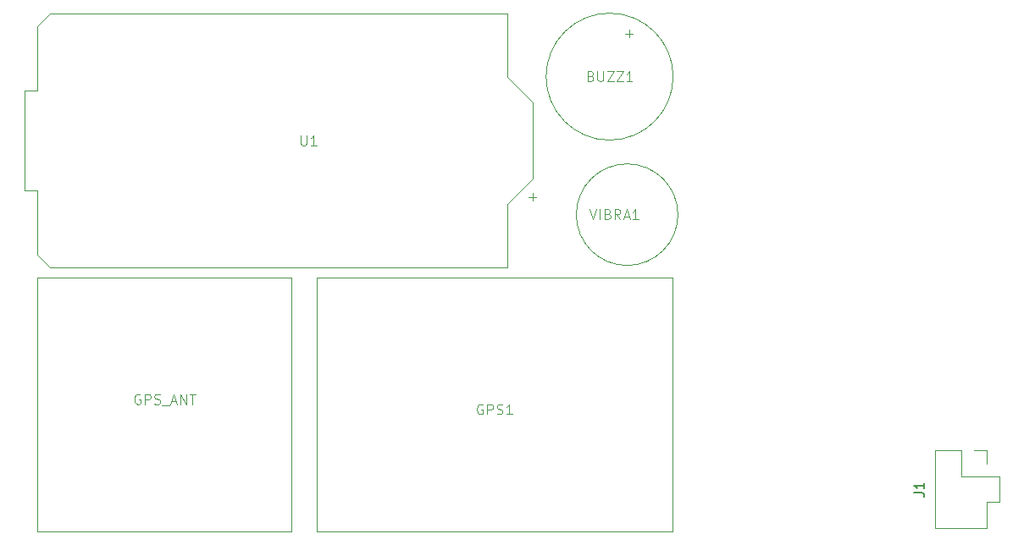
<source format=gbr>
%TF.GenerationSoftware,KiCad,Pcbnew,9.0.0*%
%TF.CreationDate,2025-03-31T14:21:31-07:00*%
%TF.ProjectId,DC33_Cnet_Badge_Main,44433333-5f43-46e6-9574-5f4261646765,rev?*%
%TF.SameCoordinates,Original*%
%TF.FileFunction,Legend,Top*%
%TF.FilePolarity,Positive*%
%FSLAX46Y46*%
G04 Gerber Fmt 4.6, Leading zero omitted, Abs format (unit mm)*
G04 Created by KiCad (PCBNEW 9.0.0) date 2025-03-31 14:21:31*
%MOMM*%
%LPD*%
G01*
G04 APERTURE LIST*
%ADD10C,0.100000*%
%ADD11C,0.150000*%
%ADD12C,0.120000*%
G04 APERTURE END LIST*
D10*
X176523810Y-74957419D02*
X176857143Y-75957419D01*
X176857143Y-75957419D02*
X177190476Y-74957419D01*
X177523810Y-75957419D02*
X177523810Y-74957419D01*
X178333333Y-75433609D02*
X178476190Y-75481228D01*
X178476190Y-75481228D02*
X178523809Y-75528847D01*
X178523809Y-75528847D02*
X178571428Y-75624085D01*
X178571428Y-75624085D02*
X178571428Y-75766942D01*
X178571428Y-75766942D02*
X178523809Y-75862180D01*
X178523809Y-75862180D02*
X178476190Y-75909800D01*
X178476190Y-75909800D02*
X178380952Y-75957419D01*
X178380952Y-75957419D02*
X178000000Y-75957419D01*
X178000000Y-75957419D02*
X178000000Y-74957419D01*
X178000000Y-74957419D02*
X178333333Y-74957419D01*
X178333333Y-74957419D02*
X178428571Y-75005038D01*
X178428571Y-75005038D02*
X178476190Y-75052657D01*
X178476190Y-75052657D02*
X178523809Y-75147895D01*
X178523809Y-75147895D02*
X178523809Y-75243133D01*
X178523809Y-75243133D02*
X178476190Y-75338371D01*
X178476190Y-75338371D02*
X178428571Y-75385990D01*
X178428571Y-75385990D02*
X178333333Y-75433609D01*
X178333333Y-75433609D02*
X178000000Y-75433609D01*
X179571428Y-75957419D02*
X179238095Y-75481228D01*
X179000000Y-75957419D02*
X179000000Y-74957419D01*
X179000000Y-74957419D02*
X179380952Y-74957419D01*
X179380952Y-74957419D02*
X179476190Y-75005038D01*
X179476190Y-75005038D02*
X179523809Y-75052657D01*
X179523809Y-75052657D02*
X179571428Y-75147895D01*
X179571428Y-75147895D02*
X179571428Y-75290752D01*
X179571428Y-75290752D02*
X179523809Y-75385990D01*
X179523809Y-75385990D02*
X179476190Y-75433609D01*
X179476190Y-75433609D02*
X179380952Y-75481228D01*
X179380952Y-75481228D02*
X179000000Y-75481228D01*
X179952381Y-75671704D02*
X180428571Y-75671704D01*
X179857143Y-75957419D02*
X180190476Y-74957419D01*
X180190476Y-74957419D02*
X180523809Y-75957419D01*
X181380952Y-75957419D02*
X180809524Y-75957419D01*
X181095238Y-75957419D02*
X181095238Y-74957419D01*
X181095238Y-74957419D02*
X181000000Y-75100276D01*
X181000000Y-75100276D02*
X180904762Y-75195514D01*
X180904762Y-75195514D02*
X180809524Y-75243133D01*
X170413884Y-73721466D02*
X171175789Y-73721466D01*
X170794836Y-74102419D02*
X170794836Y-73340514D01*
D11*
X208954819Y-103333333D02*
X209669104Y-103333333D01*
X209669104Y-103333333D02*
X209811961Y-103380952D01*
X209811961Y-103380952D02*
X209907200Y-103476190D01*
X209907200Y-103476190D02*
X209954819Y-103619047D01*
X209954819Y-103619047D02*
X209954819Y-103714285D01*
X209954819Y-102333333D02*
X209954819Y-102904761D01*
X209954819Y-102619047D02*
X208954819Y-102619047D01*
X208954819Y-102619047D02*
X209097676Y-102714285D01*
X209097676Y-102714285D02*
X209192914Y-102809523D01*
X209192914Y-102809523D02*
X209240533Y-102904761D01*
D10*
X176619047Y-61623609D02*
X176761904Y-61671228D01*
X176761904Y-61671228D02*
X176809523Y-61718847D01*
X176809523Y-61718847D02*
X176857142Y-61814085D01*
X176857142Y-61814085D02*
X176857142Y-61956942D01*
X176857142Y-61956942D02*
X176809523Y-62052180D01*
X176809523Y-62052180D02*
X176761904Y-62099800D01*
X176761904Y-62099800D02*
X176666666Y-62147419D01*
X176666666Y-62147419D02*
X176285714Y-62147419D01*
X176285714Y-62147419D02*
X176285714Y-61147419D01*
X176285714Y-61147419D02*
X176619047Y-61147419D01*
X176619047Y-61147419D02*
X176714285Y-61195038D01*
X176714285Y-61195038D02*
X176761904Y-61242657D01*
X176761904Y-61242657D02*
X176809523Y-61337895D01*
X176809523Y-61337895D02*
X176809523Y-61433133D01*
X176809523Y-61433133D02*
X176761904Y-61528371D01*
X176761904Y-61528371D02*
X176714285Y-61575990D01*
X176714285Y-61575990D02*
X176619047Y-61623609D01*
X176619047Y-61623609D02*
X176285714Y-61623609D01*
X177285714Y-61147419D02*
X177285714Y-61956942D01*
X177285714Y-61956942D02*
X177333333Y-62052180D01*
X177333333Y-62052180D02*
X177380952Y-62099800D01*
X177380952Y-62099800D02*
X177476190Y-62147419D01*
X177476190Y-62147419D02*
X177666666Y-62147419D01*
X177666666Y-62147419D02*
X177761904Y-62099800D01*
X177761904Y-62099800D02*
X177809523Y-62052180D01*
X177809523Y-62052180D02*
X177857142Y-61956942D01*
X177857142Y-61956942D02*
X177857142Y-61147419D01*
X178238095Y-61147419D02*
X178904761Y-61147419D01*
X178904761Y-61147419D02*
X178238095Y-62147419D01*
X178238095Y-62147419D02*
X178904761Y-62147419D01*
X179190476Y-61147419D02*
X179857142Y-61147419D01*
X179857142Y-61147419D02*
X179190476Y-62147419D01*
X179190476Y-62147419D02*
X179857142Y-62147419D01*
X180761904Y-62147419D02*
X180190476Y-62147419D01*
X180476190Y-62147419D02*
X180476190Y-61147419D01*
X180476190Y-61147419D02*
X180380952Y-61290276D01*
X180380952Y-61290276D02*
X180285714Y-61385514D01*
X180285714Y-61385514D02*
X180190476Y-61433133D01*
X180073884Y-57371466D02*
X180835789Y-57371466D01*
X180454836Y-57752419D02*
X180454836Y-56990514D01*
X131571428Y-93505038D02*
X131476190Y-93457419D01*
X131476190Y-93457419D02*
X131333333Y-93457419D01*
X131333333Y-93457419D02*
X131190476Y-93505038D01*
X131190476Y-93505038D02*
X131095238Y-93600276D01*
X131095238Y-93600276D02*
X131047619Y-93695514D01*
X131047619Y-93695514D02*
X131000000Y-93885990D01*
X131000000Y-93885990D02*
X131000000Y-94028847D01*
X131000000Y-94028847D02*
X131047619Y-94219323D01*
X131047619Y-94219323D02*
X131095238Y-94314561D01*
X131095238Y-94314561D02*
X131190476Y-94409800D01*
X131190476Y-94409800D02*
X131333333Y-94457419D01*
X131333333Y-94457419D02*
X131428571Y-94457419D01*
X131428571Y-94457419D02*
X131571428Y-94409800D01*
X131571428Y-94409800D02*
X131619047Y-94362180D01*
X131619047Y-94362180D02*
X131619047Y-94028847D01*
X131619047Y-94028847D02*
X131428571Y-94028847D01*
X132047619Y-94457419D02*
X132047619Y-93457419D01*
X132047619Y-93457419D02*
X132428571Y-93457419D01*
X132428571Y-93457419D02*
X132523809Y-93505038D01*
X132523809Y-93505038D02*
X132571428Y-93552657D01*
X132571428Y-93552657D02*
X132619047Y-93647895D01*
X132619047Y-93647895D02*
X132619047Y-93790752D01*
X132619047Y-93790752D02*
X132571428Y-93885990D01*
X132571428Y-93885990D02*
X132523809Y-93933609D01*
X132523809Y-93933609D02*
X132428571Y-93981228D01*
X132428571Y-93981228D02*
X132047619Y-93981228D01*
X133000000Y-94409800D02*
X133142857Y-94457419D01*
X133142857Y-94457419D02*
X133380952Y-94457419D01*
X133380952Y-94457419D02*
X133476190Y-94409800D01*
X133476190Y-94409800D02*
X133523809Y-94362180D01*
X133523809Y-94362180D02*
X133571428Y-94266942D01*
X133571428Y-94266942D02*
X133571428Y-94171704D01*
X133571428Y-94171704D02*
X133523809Y-94076466D01*
X133523809Y-94076466D02*
X133476190Y-94028847D01*
X133476190Y-94028847D02*
X133380952Y-93981228D01*
X133380952Y-93981228D02*
X133190476Y-93933609D01*
X133190476Y-93933609D02*
X133095238Y-93885990D01*
X133095238Y-93885990D02*
X133047619Y-93838371D01*
X133047619Y-93838371D02*
X133000000Y-93743133D01*
X133000000Y-93743133D02*
X133000000Y-93647895D01*
X133000000Y-93647895D02*
X133047619Y-93552657D01*
X133047619Y-93552657D02*
X133095238Y-93505038D01*
X133095238Y-93505038D02*
X133190476Y-93457419D01*
X133190476Y-93457419D02*
X133428571Y-93457419D01*
X133428571Y-93457419D02*
X133571428Y-93505038D01*
X133761905Y-94552657D02*
X134523809Y-94552657D01*
X134714286Y-94171704D02*
X135190476Y-94171704D01*
X134619048Y-94457419D02*
X134952381Y-93457419D01*
X134952381Y-93457419D02*
X135285714Y-94457419D01*
X135619048Y-94457419D02*
X135619048Y-93457419D01*
X135619048Y-93457419D02*
X136190476Y-94457419D01*
X136190476Y-94457419D02*
X136190476Y-93457419D01*
X136523810Y-93457419D02*
X137095238Y-93457419D01*
X136809524Y-94457419D02*
X136809524Y-93457419D01*
X147638095Y-67557419D02*
X147638095Y-68366942D01*
X147638095Y-68366942D02*
X147685714Y-68462180D01*
X147685714Y-68462180D02*
X147733333Y-68509800D01*
X147733333Y-68509800D02*
X147828571Y-68557419D01*
X147828571Y-68557419D02*
X148019047Y-68557419D01*
X148019047Y-68557419D02*
X148114285Y-68509800D01*
X148114285Y-68509800D02*
X148161904Y-68462180D01*
X148161904Y-68462180D02*
X148209523Y-68366942D01*
X148209523Y-68366942D02*
X148209523Y-67557419D01*
X149209523Y-68557419D02*
X148638095Y-68557419D01*
X148923809Y-68557419D02*
X148923809Y-67557419D01*
X148923809Y-67557419D02*
X148828571Y-67700276D01*
X148828571Y-67700276D02*
X148733333Y-67795514D01*
X148733333Y-67795514D02*
X148638095Y-67843133D01*
X165809523Y-94505038D02*
X165714285Y-94457419D01*
X165714285Y-94457419D02*
X165571428Y-94457419D01*
X165571428Y-94457419D02*
X165428571Y-94505038D01*
X165428571Y-94505038D02*
X165333333Y-94600276D01*
X165333333Y-94600276D02*
X165285714Y-94695514D01*
X165285714Y-94695514D02*
X165238095Y-94885990D01*
X165238095Y-94885990D02*
X165238095Y-95028847D01*
X165238095Y-95028847D02*
X165285714Y-95219323D01*
X165285714Y-95219323D02*
X165333333Y-95314561D01*
X165333333Y-95314561D02*
X165428571Y-95409800D01*
X165428571Y-95409800D02*
X165571428Y-95457419D01*
X165571428Y-95457419D02*
X165666666Y-95457419D01*
X165666666Y-95457419D02*
X165809523Y-95409800D01*
X165809523Y-95409800D02*
X165857142Y-95362180D01*
X165857142Y-95362180D02*
X165857142Y-95028847D01*
X165857142Y-95028847D02*
X165666666Y-95028847D01*
X166285714Y-95457419D02*
X166285714Y-94457419D01*
X166285714Y-94457419D02*
X166666666Y-94457419D01*
X166666666Y-94457419D02*
X166761904Y-94505038D01*
X166761904Y-94505038D02*
X166809523Y-94552657D01*
X166809523Y-94552657D02*
X166857142Y-94647895D01*
X166857142Y-94647895D02*
X166857142Y-94790752D01*
X166857142Y-94790752D02*
X166809523Y-94885990D01*
X166809523Y-94885990D02*
X166761904Y-94933609D01*
X166761904Y-94933609D02*
X166666666Y-94981228D01*
X166666666Y-94981228D02*
X166285714Y-94981228D01*
X167238095Y-95409800D02*
X167380952Y-95457419D01*
X167380952Y-95457419D02*
X167619047Y-95457419D01*
X167619047Y-95457419D02*
X167714285Y-95409800D01*
X167714285Y-95409800D02*
X167761904Y-95362180D01*
X167761904Y-95362180D02*
X167809523Y-95266942D01*
X167809523Y-95266942D02*
X167809523Y-95171704D01*
X167809523Y-95171704D02*
X167761904Y-95076466D01*
X167761904Y-95076466D02*
X167714285Y-95028847D01*
X167714285Y-95028847D02*
X167619047Y-94981228D01*
X167619047Y-94981228D02*
X167428571Y-94933609D01*
X167428571Y-94933609D02*
X167333333Y-94885990D01*
X167333333Y-94885990D02*
X167285714Y-94838371D01*
X167285714Y-94838371D02*
X167238095Y-94743133D01*
X167238095Y-94743133D02*
X167238095Y-94647895D01*
X167238095Y-94647895D02*
X167285714Y-94552657D01*
X167285714Y-94552657D02*
X167333333Y-94505038D01*
X167333333Y-94505038D02*
X167428571Y-94457419D01*
X167428571Y-94457419D02*
X167666666Y-94457419D01*
X167666666Y-94457419D02*
X167809523Y-94505038D01*
X168761904Y-95457419D02*
X168190476Y-95457419D01*
X168476190Y-95457419D02*
X168476190Y-94457419D01*
X168476190Y-94457419D02*
X168380952Y-94600276D01*
X168380952Y-94600276D02*
X168285714Y-94695514D01*
X168285714Y-94695514D02*
X168190476Y-94743133D01*
%TO.C,VIBRA1*%
X185330000Y-75500000D02*
G75*
G02*
X175170000Y-75500000I-5080000J0D01*
G01*
X175170000Y-75500000D02*
G75*
G02*
X185330000Y-75500000I5080000J0D01*
G01*
D12*
%TO.C,J1*%
X211017500Y-99090000D02*
X211017500Y-106830000D01*
X211017500Y-99090000D02*
X213617500Y-99090000D01*
X211017500Y-106830000D02*
X216217500Y-106830000D01*
X213617500Y-99090000D02*
X213617500Y-101690000D01*
X213617500Y-101690000D02*
X216217500Y-101690000D01*
X214887500Y-99090000D02*
X216217500Y-99090000D01*
X216217500Y-99090000D02*
X216217500Y-100420000D01*
D10*
X216217500Y-101690000D02*
X217427500Y-101690000D01*
D12*
X216217500Y-104230000D02*
X216217500Y-106830000D01*
D10*
X217427500Y-101690000D02*
X217427500Y-104230000D01*
X217427500Y-104230000D02*
X216157500Y-104230000D01*
%TO.C,BUZZ1*%
X184850000Y-61690000D02*
G75*
G02*
X172150000Y-61690000I-6350000J0D01*
G01*
X172150000Y-61690000D02*
G75*
G02*
X184850000Y-61690000I6350000J0D01*
G01*
%TO.C,GPS_ANT*%
X121287300Y-81800000D02*
X146712700Y-81800000D01*
X146712700Y-107200000D01*
X121287300Y-107200000D01*
X121287300Y-81800000D01*
%TO.C,U1*%
X120050000Y-73070000D02*
X120050000Y-63070000D01*
X120050000Y-73070000D02*
X121320000Y-73070000D01*
X121320000Y-56640000D02*
X121320000Y-63070000D01*
X121320000Y-63070000D02*
X120050000Y-63070000D01*
X121320000Y-79500000D02*
X121320000Y-73070000D01*
X122590000Y-55370000D02*
X121320000Y-56640000D01*
X122590000Y-80770000D02*
X121320000Y-79500000D01*
X168310000Y-55370000D02*
X122590000Y-55370000D01*
X168310000Y-61720000D02*
X168310000Y-55370000D01*
X168310000Y-61720000D02*
X170850000Y-64260000D01*
X168310000Y-74420000D02*
X168310000Y-80770000D01*
X168310000Y-80770000D02*
X122590000Y-80770000D01*
X170850000Y-64260000D02*
X170850000Y-71880000D01*
X170850000Y-71880000D02*
X168310000Y-74420000D01*
%TO.C,GPS1*%
X184792700Y-107200000D02*
X149207300Y-107200000D01*
X149207300Y-81800000D01*
X184792700Y-81800000D01*
X184792700Y-107200000D01*
%TD*%
M02*

</source>
